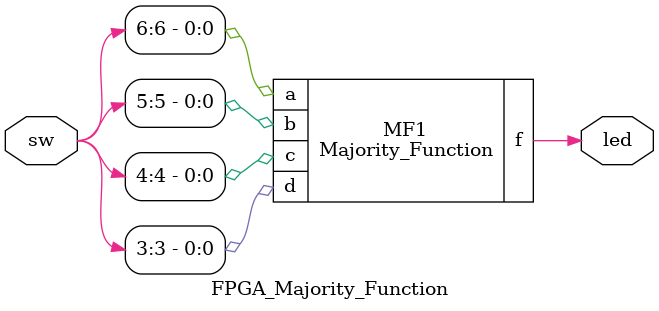
<source format=v>
`timescale 1ns/1ns

/*
Truth table for 4-input majority function (2 or more inputs are logic 1, then output is asserted).

sw[6] sw[5] sw[4] sw[3] led[3]   
a     b     c     d     f
------------------------------
0     0     0     0     0
0     0     0     1     0
0     0     1     0     0
0     0     1     1     1
0     1     0     0     0
0     1     0     1     1
0     1     1     0     1
0     1     1     1     1
1     0     0     0     0
1     0     0     1     1
1     0     1     0     1
1     0     1     1     1
1     1     0     0     1
1     1     0     1     1
1     1     1     0     1
1     1     1     1     1

// instantiating using LUT4
LUT4 Majority_Func #(h'FEE8) (f,d,c,b,a);

*/

module Majority_Function(f,a,b,c,d);
	input a,b,c,d;
	output f;
   
   assign f = !((!a&!b&!c&!d) || (!a&!b&!c&d) || (!a&!b&c&!d) || (!a&b&!c&!d) || (a&!b&!c&!d));

endmodule
	

module FPGA_Majority_Function(sw,led);
   input [6:3] sw;
   output [3:3] led;

   Majority_Function MF1(led[3],sw[6],sw[5],sw[4],sw[3]);
endmodule

















</source>
